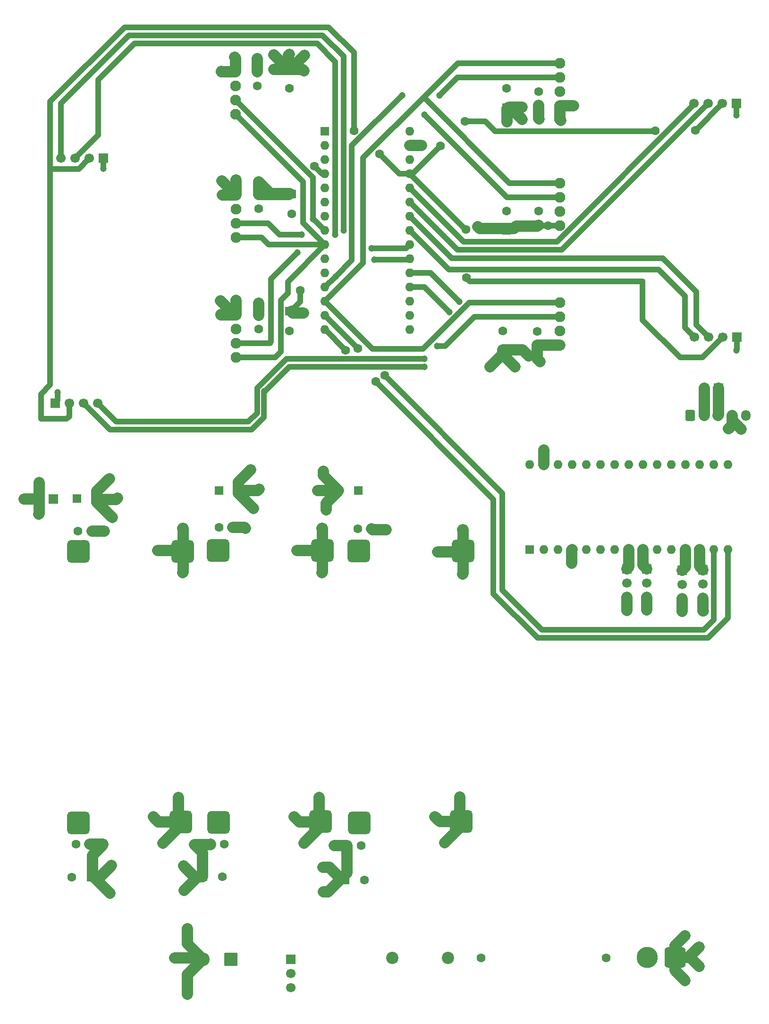
<source format=gbr>
%TF.GenerationSoftware,KiCad,Pcbnew,9.0.6*%
%TF.CreationDate,2025-12-29T23:23:51+08:00*%
%TF.ProjectId,Microver2025,4d696372-6f76-4657-9232-3032352e6b69,rev?*%
%TF.SameCoordinates,Original*%
%TF.FileFunction,Copper,L1,Top*%
%TF.FilePolarity,Positive*%
%FSLAX46Y46*%
G04 Gerber Fmt 4.6, Leading zero omitted, Abs format (unit mm)*
G04 Created by KiCad (PCBNEW 9.0.6) date 2025-12-29 23:23:51*
%MOMM*%
%LPD*%
G01*
G04 APERTURE LIST*
G04 Aperture macros list*
%AMRoundRect*
0 Rectangle with rounded corners*
0 $1 Rounding radius*
0 $2 $3 $4 $5 $6 $7 $8 $9 X,Y pos of 4 corners*
0 Add a 4 corners polygon primitive as box body*
4,1,4,$2,$3,$4,$5,$6,$7,$8,$9,$2,$3,0*
0 Add four circle primitives for the rounded corners*
1,1,$1+$1,$2,$3*
1,1,$1+$1,$4,$5*
1,1,$1+$1,$6,$7*
1,1,$1+$1,$8,$9*
0 Add four rect primitives between the rounded corners*
20,1,$1+$1,$2,$3,$4,$5,0*
20,1,$1+$1,$4,$5,$6,$7,0*
20,1,$1+$1,$6,$7,$8,$9,0*
20,1,$1+$1,$8,$9,$2,$3,0*%
G04 Aperture macros list end*
%TA.AperFunction,ComponentPad*%
%ADD10C,1.600000*%
%TD*%
%TA.AperFunction,ComponentPad*%
%ADD11C,1.930400*%
%TD*%
%TA.AperFunction,ComponentPad*%
%ADD12RoundRect,0.250000X-0.550000X-0.550000X0.550000X-0.550000X0.550000X0.550000X-0.550000X0.550000X0*%
%TD*%
%TA.AperFunction,ComponentPad*%
%ADD13RoundRect,0.250000X0.550000X0.550000X-0.550000X0.550000X-0.550000X-0.550000X0.550000X-0.550000X0*%
%TD*%
%TA.AperFunction,ComponentPad*%
%ADD14R,1.600000X1.600000*%
%TD*%
%TA.AperFunction,ComponentPad*%
%ADD15O,1.600000X1.600000*%
%TD*%
%TA.AperFunction,ComponentPad*%
%ADD16R,1.700000X1.700000*%
%TD*%
%TA.AperFunction,ComponentPad*%
%ADD17C,1.700000*%
%TD*%
%TA.AperFunction,ComponentPad*%
%ADD18RoundRect,0.250000X-0.600000X-0.725000X0.600000X-0.725000X0.600000X0.725000X-0.600000X0.725000X0*%
%TD*%
%TA.AperFunction,ComponentPad*%
%ADD19O,1.700000X1.950000*%
%TD*%
%TA.AperFunction,ComponentPad*%
%ADD20RoundRect,0.600000X1.400000X-1.400000X1.400000X1.400000X-1.400000X1.400000X-1.400000X-1.400000X0*%
%TD*%
%TA.AperFunction,ComponentPad*%
%ADD21C,2.400000*%
%TD*%
%TA.AperFunction,ComponentPad*%
%ADD22RoundRect,0.250001X0.949999X0.949999X-0.949999X0.949999X-0.949999X-0.949999X0.949999X-0.949999X0*%
%TD*%
%TA.AperFunction,ComponentPad*%
%ADD23RoundRect,0.760000X1.140000X1.140000X-1.140000X1.140000X-1.140000X-1.140000X1.140000X-1.140000X0*%
%TD*%
%TA.AperFunction,ComponentPad*%
%ADD24C,3.800000*%
%TD*%
%TA.AperFunction,ComponentPad*%
%ADD25RoundRect,0.250000X-0.550000X0.550000X-0.550000X-0.550000X0.550000X-0.550000X0.550000X0.550000X0*%
%TD*%
%TA.AperFunction,ComponentPad*%
%ADD26RoundRect,0.250000X0.550000X-0.550000X0.550000X0.550000X-0.550000X0.550000X-0.550000X-0.550000X0*%
%TD*%
%TA.AperFunction,ComponentPad*%
%ADD27C,2.200000*%
%TD*%
%TA.AperFunction,ViaPad*%
%ADD28C,1.600000*%
%TD*%
%TA.AperFunction,ViaPad*%
%ADD29C,1.200000*%
%TD*%
%TA.AperFunction,Conductor*%
%ADD30C,2.000000*%
%TD*%
%TA.AperFunction,Conductor*%
%ADD31C,1.000000*%
%TD*%
G04 APERTURE END LIST*
D10*
%TO.P,F1,2*%
%TO.N,+18V*%
X170875000Y-199000000D03*
%TO.P,F1,1*%
X193375000Y-199000000D03*
%TD*%
D11*
%TO.P,U5,1,GND*%
%TO.N,GND*%
X185027500Y-46138895D03*
%TO.P,U5,2,IN2*%
%TO.N,/5V*%
X185027500Y-38518895D03*
%TO.P,U5,3,IN1*%
X185027500Y-41058895D03*
%TO.P,U5,4,VM*%
%TO.N,+18V*%
X185027500Y-43598895D03*
%TD*%
%TO.P,U4,1,GND*%
%TO.N,GND*%
X126928000Y-83633370D03*
%TO.P,U4,2,IN2*%
%TO.N,/5V*%
X126928000Y-91253370D03*
%TO.P,U4,3,IN1*%
X126928000Y-88713370D03*
%TO.P,U4,4,VM*%
%TO.N,+18V*%
X126928000Y-86173370D03*
%TD*%
%TO.P,U6,1,GND*%
%TO.N,GND*%
X185027500Y-67638895D03*
%TO.P,U6,2,IN2*%
%TO.N,/5V*%
X185027500Y-60018895D03*
%TO.P,U6,3,IN1*%
X185027500Y-62558895D03*
%TO.P,U6,4,VM*%
%TO.N,+18V*%
X185027500Y-65098895D03*
%TD*%
%TO.P,U8,1,GND*%
%TO.N,GND*%
X185052500Y-89088895D03*
%TO.P,U8,2,IN2*%
%TO.N,/5V*%
X185052500Y-81468895D03*
%TO.P,U8,3,IN1*%
X185052500Y-84008895D03*
%TO.P,U8,4,VM*%
%TO.N,+18V*%
X185052500Y-86548895D03*
%TD*%
%TO.P,U2,1,GND*%
%TO.N,GND*%
X127000000Y-62133370D03*
%TO.P,U2,2,IN2*%
%TO.N,/5V*%
X127000000Y-69753370D03*
%TO.P,U2,3,IN1*%
X127000000Y-67213370D03*
%TO.P,U2,4,VM*%
%TO.N,+18V*%
X127000000Y-64673370D03*
%TD*%
%TO.P,U1,1,GND*%
%TO.N,GND*%
X126852500Y-40028895D03*
%TO.P,U1,2,IN2*%
%TO.N,/5V*%
X126852500Y-47648895D03*
%TO.P,U1,3,IN1*%
X126852500Y-45108895D03*
%TO.P,U1,4,VM*%
%TO.N,+18V*%
X126852500Y-42568895D03*
%TD*%
D12*
%TO.P,C20,1*%
%TO.N,/5V*%
X123880000Y-115140000D03*
D10*
%TO.P,C20,2*%
%TO.N,GND*%
X127380000Y-115140000D03*
%TD*%
D12*
%TO.P,C24,1*%
%TO.N,/5V*%
X98477349Y-116590000D03*
D10*
%TO.P,C24,2*%
%TO.N,GND*%
X101977349Y-116590000D03*
%TD*%
D13*
%TO.P,C15,1*%
%TO.N,/5V*%
X148855000Y-115190000D03*
D10*
%TO.P,C15,2*%
%TO.N,GND*%
X145355000Y-115190000D03*
%TD*%
D14*
%TO.P,A2,1,TX1*%
%TO.N,unconnected-(A2-TX1-Pad1)*%
X179600000Y-125766630D03*
D15*
%TO.P,A2,2,RX1*%
%TO.N,unconnected-(A2-RX1-Pad2)*%
X182140000Y-125766630D03*
%TO.P,A2,3,~{RESET}*%
%TO.N,unconnected-(A2-~{RESET}-Pad3)*%
X184680000Y-125766630D03*
%TO.P,A2,4,GND*%
%TO.N,GND*%
X187220000Y-125766630D03*
%TO.P,A2,5,D2*%
%TO.N,unconnected-(A2-D2-Pad5)*%
X189760000Y-125766630D03*
%TO.P,A2,6,D3*%
%TO.N,unconnected-(A2-D3-Pad6)*%
X192300000Y-125766630D03*
%TO.P,A2,7,D4*%
%TO.N,unconnected-(A2-D4-Pad7)*%
X194840000Y-125766630D03*
%TO.P,A2,8,D5*%
%TO.N,/5V*%
X197380000Y-125766630D03*
%TO.P,A2,9,D6*%
X199920000Y-125766630D03*
%TO.P,A2,10,D7*%
%TO.N,unconnected-(A2-D7-Pad10)*%
X202460000Y-125766630D03*
%TO.P,A2,11,D8*%
%TO.N,unconnected-(A2-D8-Pad11)*%
X205000000Y-125766630D03*
%TO.P,A2,12,D9*%
%TO.N,/5V*%
X207540000Y-125766630D03*
%TO.P,A2,13,D10*%
X210080000Y-125766630D03*
%TO.P,A2,14,MOSI*%
%TO.N,/SPI*%
X212620000Y-125766630D03*
%TO.P,A2,15,MISO*%
X215160000Y-125766630D03*
%TO.P,A2,16,SCK*%
%TO.N,unconnected-(A2-SCK-Pad16)*%
X215160000Y-110526630D03*
%TO.P,A2,17,3V3*%
%TO.N,unconnected-(A2-3V3-Pad17)*%
X212620000Y-110526630D03*
%TO.P,A2,18,AREF*%
%TO.N,unconnected-(A2-AREF-Pad18)*%
X210080000Y-110526630D03*
%TO.P,A2,19,A0*%
%TO.N,unconnected-(A2-A0-Pad19)*%
X207540000Y-110526630D03*
%TO.P,A2,20,A1*%
%TO.N,unconnected-(A2-A1-Pad20)*%
X205000000Y-110526630D03*
%TO.P,A2,21,A2*%
%TO.N,unconnected-(A2-A2-Pad21)*%
X202460000Y-110526630D03*
%TO.P,A2,22,A3*%
%TO.N,unconnected-(A2-A3-Pad22)*%
X199920000Y-110526630D03*
%TO.P,A2,23,SDA/A4*%
%TO.N,unconnected-(A2-SDA{slash}A4-Pad23)*%
X197380000Y-110526630D03*
%TO.P,A2,24,SCL/A5*%
%TO.N,unconnected-(A2-SCL{slash}A5-Pad24)*%
X194840000Y-110526630D03*
%TO.P,A2,25,A6*%
%TO.N,unconnected-(A2-A6-Pad25)*%
X192300000Y-110526630D03*
%TO.P,A2,26,A7*%
%TO.N,unconnected-(A2-A7-Pad26)*%
X189760000Y-110526630D03*
%TO.P,A2,27,+5V*%
%TO.N,unconnected-(A2-+5V-Pad27)*%
X187220000Y-110526630D03*
%TO.P,A2,28,~{RESET}*%
%TO.N,unconnected-(A2-~{RESET}-Pad28)*%
X184680000Y-110526630D03*
%TO.P,A2,29,GND*%
%TO.N,GND*%
X182140000Y-110526630D03*
%TO.P,A2,30,VIN*%
%TO.N,/5V*%
X179600000Y-110526630D03*
%TD*%
D16*
%TO.P,M4,1,PWM*%
%TO.N,/5V*%
X197040000Y-129180000D03*
D17*
%TO.P,M4,2,+*%
X197040000Y-131720000D03*
%TO.P,M4,3,-*%
%TO.N,GND*%
X197040000Y-134260000D03*
%TD*%
D16*
%TO.P,J4,1,Pin_1*%
%TO.N,/5V*%
X94170000Y-116640000D03*
D17*
%TO.P,J4,2,Pin_2*%
%TO.N,GND*%
X91630000Y-116640000D03*
%TD*%
D18*
%TO.P,J11,1,Pin_1*%
%TO.N,/5V*%
X208450000Y-101650000D03*
D19*
%TO.P,J11,2,Pin_2*%
%TO.N,/URAT*%
X210950000Y-101650000D03*
%TO.P,J11,3,Pin_3*%
X213450000Y-101650000D03*
%TO.P,J11,4,Pin_4*%
%TO.N,GND*%
X215950000Y-101650000D03*
%TO.P,J11,5,Pin_5*%
%TO.N,unconnected-(J11-Pin_5-Pad5)*%
X218450000Y-101650000D03*
%TD*%
D16*
%TO.P,M2,1,PWM*%
%TO.N,/5V*%
X206960000Y-129425000D03*
D17*
%TO.P,M2,2,+*%
X206960000Y-131965000D03*
%TO.P,M2,3,-*%
%TO.N,GND*%
X206960000Y-134505000D03*
%TD*%
D10*
%TO.P,C12,1*%
%TO.N,GND*%
X181000000Y-89083370D03*
%TO.P,C12,2*%
%TO.N,+18V*%
X181000000Y-86583370D03*
%TD*%
D16*
%TO.P,M1,1,PWM*%
%TO.N,/5V*%
X210735000Y-129350000D03*
D17*
%TO.P,M1,2,+*%
X210735000Y-131890000D03*
%TO.P,M1,3,-*%
%TO.N,GND*%
X210735000Y-134430000D03*
%TD*%
D16*
%TO.P,J7,1,Pin_1*%
%TO.N,GND*%
X103140000Y-55583370D03*
D17*
%TO.P,J7,2,Pin_2*%
%TO.N,/5V*%
X100600000Y-55583370D03*
%TO.P,J7,3,Pin_3*%
%TO.N,/DIGI*%
X98060000Y-55583370D03*
%TO.P,J7,4,Pin_4*%
X95520000Y-55583370D03*
%TD*%
D10*
%TO.P,C22,1*%
%TO.N,GND*%
X100750000Y-178590000D03*
%TO.P,C22,2*%
%TO.N,+18V*%
X98250000Y-178590000D03*
%TD*%
D16*
%TO.P,J8,1,Pin_1*%
%TO.N,GND*%
X216750000Y-45750000D03*
D17*
%TO.P,J8,2,Pin_2*%
%TO.N,/5V*%
X214210000Y-45750000D03*
%TO.P,J8,3,Pin_3*%
%TO.N,/DIGI*%
X211670000Y-45750000D03*
%TO.P,J8,4,Pin_4*%
X209130000Y-45750000D03*
%TD*%
D16*
%TO.P,J2,1,Pin_1*%
%TO.N,GND*%
X216800000Y-87633370D03*
D17*
%TO.P,J2,2,Pin_2*%
%TO.N,/5V*%
X214260000Y-87633370D03*
%TO.P,J2,3,Pin_3*%
%TO.N,/DIGI*%
X211720000Y-87633370D03*
%TO.P,J2,4,Pin_4*%
X209180000Y-87633370D03*
%TD*%
D10*
%TO.P,C11,1*%
%TO.N,GND*%
X130800000Y-40083370D03*
%TO.P,C11,2*%
%TO.N,+18V*%
X130800000Y-42583370D03*
%TD*%
D20*
%TO.P,U9,1,IN+*%
%TO.N,+18V*%
X98700000Y-174790000D03*
%TO.P,U9,2,IN-*%
%TO.N,GND*%
X117040000Y-174600000D03*
%TO.P,U9,3,OUT+*%
%TO.N,/5V*%
X98680000Y-126050000D03*
%TO.P,U9,4,OUT-*%
%TO.N,GND*%
X117360000Y-126050000D03*
%TD*%
D10*
%TO.P,C21,1*%
%TO.N,/5V*%
X123880000Y-121790000D03*
%TO.P,C21,2*%
%TO.N,GND*%
X126380000Y-121790000D03*
%TD*%
%TO.P,C9,1*%
%TO.N,GND*%
X131000000Y-62083370D03*
%TO.P,C9,2*%
%TO.N,+18V*%
X131000000Y-64583370D03*
%TD*%
%TO.P,C3,1*%
%TO.N,GND*%
X181200000Y-67533370D03*
%TO.P,C3,2*%
%TO.N,+18V*%
X181200000Y-65033370D03*
%TD*%
D16*
%TO.P,J5,1,Pin_1*%
%TO.N,GND*%
X94500000Y-99500000D03*
D17*
%TO.P,J5,2,Pin_2*%
%TO.N,/5V*%
X97040000Y-99500000D03*
%TO.P,J5,3,Pin_3*%
%TO.N,/DIGI*%
X99580000Y-99500000D03*
%TO.P,J5,4,Pin_4*%
X102120000Y-99500000D03*
%TD*%
D21*
%TO.P,C1,2*%
%TO.N,GND*%
X121030000Y-199190000D03*
D22*
%TO.P,C1,1*%
%TO.N,+18V*%
X126030000Y-199190000D03*
%TD*%
D10*
%TO.P,C18,1*%
%TO.N,GND*%
X122380000Y-178590000D03*
%TO.P,C18,2*%
%TO.N,+18V*%
X124880000Y-178590000D03*
%TD*%
D14*
%TO.P,A1,1,TX1*%
%TO.N,unconnected-(A1-TX1-Pad1)*%
X142907500Y-50737845D03*
D15*
%TO.P,A1,2,RX1*%
%TO.N,unconnected-(A1-RX1-Pad2)*%
X142907500Y-53277845D03*
%TO.P,A1,3,~{RESET}*%
%TO.N,unconnected-(A1-~{RESET}-Pad3)*%
X142907500Y-55817845D03*
%TO.P,A1,4,GND*%
%TO.N,GND*%
X142907500Y-58357845D03*
%TO.P,A1,5,D2*%
%TO.N,unconnected-(A1-D2-Pad5)*%
X142907500Y-60897845D03*
%TO.P,A1,6,D3*%
%TO.N,unconnected-(A1-D3-Pad6)*%
X142907500Y-63437845D03*
%TO.P,A1,7,D4*%
%TO.N,unconnected-(A1-D4-Pad7)*%
X142907500Y-65977845D03*
%TO.P,A1,8,D5*%
%TO.N,/5V*%
X142907500Y-68517845D03*
%TO.P,A1,9,D6*%
X142907500Y-71057845D03*
%TO.P,A1,10,D7*%
%TO.N,unconnected-(A1-D7-Pad10)*%
X142907500Y-73597845D03*
%TO.P,A1,11,D8*%
%TO.N,unconnected-(A1-D8-Pad11)*%
X142907500Y-76137845D03*
%TO.P,A1,12,D9*%
%TO.N,/5V*%
X142907500Y-78677845D03*
%TO.P,A1,13,D10*%
X142907500Y-81217845D03*
%TO.P,A1,14,MOSI*%
%TO.N,/SPI*%
X142907500Y-83757845D03*
%TO.P,A1,15,MISO*%
X142907500Y-86297845D03*
%TO.P,A1,16,SCK*%
%TO.N,unconnected-(A1-SCK-Pad16)*%
X158147500Y-86297845D03*
%TO.P,A1,17,3V3*%
%TO.N,unconnected-(A1-3V3-Pad17)*%
X158147500Y-83757845D03*
%TO.P,A1,18,AREF*%
%TO.N,unconnected-(A1-AREF-Pad18)*%
X158147500Y-81217845D03*
%TO.P,A1,19,A0*%
%TO.N,/DIGI*%
X158147500Y-78677845D03*
%TO.P,A1,20,A1*%
X158147500Y-76137845D03*
%TO.P,A1,21,A2*%
X158147500Y-73597845D03*
%TO.P,A1,22,A3*%
X158147500Y-71057845D03*
%TO.P,A1,23,SDA/A4*%
X158147500Y-68517845D03*
%TO.P,A1,24,SCL/A5*%
X158147500Y-65977845D03*
%TO.P,A1,25,A6*%
X158147500Y-63437845D03*
%TO.P,A1,26,A7*%
X158147500Y-60897845D03*
%TO.P,A1,27,+5V*%
%TO.N,/5V*%
X158147500Y-58357845D03*
%TO.P,A1,28,~{RESET}*%
%TO.N,unconnected-(A1-~{RESET}-Pad28)*%
X158147500Y-55817845D03*
%TO.P,A1,29,GND*%
%TO.N,GND*%
X158147500Y-53277845D03*
%TO.P,A1,30,VIN*%
%TO.N,unconnected-(A1-VIN-Pad30)*%
X158147500Y-50737845D03*
%TD*%
D10*
%TO.P,C14,1*%
%TO.N,/5V*%
X148800000Y-121990000D03*
%TO.P,C14,2*%
%TO.N,GND*%
X151300000Y-121990000D03*
%TD*%
%TO.P,C7,1*%
%TO.N,GND*%
X131000000Y-83733370D03*
%TO.P,C7,2*%
%TO.N,+18V*%
X131000000Y-86233370D03*
%TD*%
D23*
%TO.P,J14,1,Pin_1*%
%TO.N,GND*%
X205700000Y-198900000D03*
D24*
%TO.P,J14,2,Pin_2*%
%TO.N,+18V*%
X200700000Y-198900000D03*
%TD*%
D17*
%TO.P,SW1,3,C*%
%TO.N,unconnected-(SW1-C-Pad3)*%
X136750000Y-204330000D03*
%TO.P,SW1,2,B*%
%TO.N,+18V*%
X136750000Y-201790000D03*
D16*
%TO.P,SW1,1,A*%
X136750000Y-199250000D03*
%TD*%
%TO.P,J13,1,Pin_1*%
%TO.N,/URAT*%
X213470000Y-96800000D03*
D17*
%TO.P,J13,2,Pin_2*%
X210930000Y-96800000D03*
%TD*%
D20*
%TO.P,U3,1,IN+*%
%TO.N,+18V*%
X149040000Y-174730000D03*
%TO.P,U3,2,IN-*%
%TO.N,GND*%
X167380000Y-174540000D03*
%TO.P,U3,3,OUT+*%
%TO.N,/5V*%
X149020000Y-125990000D03*
%TO.P,U3,4,OUT-*%
%TO.N,GND*%
X167700000Y-125990000D03*
%TD*%
D10*
%TO.P,C17,1*%
%TO.N,GND*%
X146880000Y-178790000D03*
%TO.P,C17,2*%
%TO.N,+18V*%
X149380000Y-178790000D03*
%TD*%
%TO.P,C25,1*%
%TO.N,/5V*%
X98630000Y-122390000D03*
%TO.P,C25,2*%
%TO.N,GND*%
X101130000Y-122390000D03*
%TD*%
D20*
%TO.P,U10,1,IN+*%
%TO.N,+18V*%
X123800000Y-174680000D03*
%TO.P,U10,2,IN-*%
%TO.N,GND*%
X142140000Y-174490000D03*
%TO.P,U10,3,OUT+*%
%TO.N,/5V*%
X123780000Y-125940000D03*
%TO.P,U10,4,OUT-*%
%TO.N,GND*%
X142460000Y-125940000D03*
%TD*%
D16*
%TO.P,M3,1,PWM*%
%TO.N,/5V*%
X200630000Y-129200000D03*
D17*
%TO.P,M3,2,+*%
X200630000Y-131740000D03*
%TO.P,M3,3,-*%
%TO.N,GND*%
X200630000Y-134280000D03*
%TD*%
D10*
%TO.P,C5,1*%
%TO.N,GND*%
X181200000Y-46083370D03*
%TO.P,C5,2*%
%TO.N,+18V*%
X181200000Y-43583370D03*
%TD*%
D25*
%TO.P,C10,1*%
%TO.N,GND*%
X136500000Y-39500000D03*
D10*
%TO.P,C10,2*%
%TO.N,+18V*%
X136500000Y-43000000D03*
%TD*%
D26*
%TO.P,C13,1*%
%TO.N,GND*%
X174800000Y-90000000D03*
D10*
%TO.P,C13,2*%
%TO.N,+18V*%
X174800000Y-86500000D03*
%TD*%
D26*
%TO.P,C2,1*%
%TO.N,GND*%
X175500000Y-68500000D03*
D10*
%TO.P,C2,2*%
%TO.N,+18V*%
X175500000Y-65000000D03*
%TD*%
D25*
%TO.P,C8,1*%
%TO.N,GND*%
X137000000Y-62000000D03*
D10*
%TO.P,C8,2*%
%TO.N,+18V*%
X137000000Y-65500000D03*
%TD*%
D26*
%TO.P,C4,1*%
%TO.N,GND*%
X175500000Y-46500000D03*
D10*
%TO.P,C4,2*%
%TO.N,+18V*%
X175500000Y-43000000D03*
%TD*%
D12*
%TO.P,C16,1*%
%TO.N,GND*%
X146500000Y-185000000D03*
D10*
%TO.P,C16,2*%
%TO.N,+18V*%
X150000000Y-185000000D03*
%TD*%
D13*
%TO.P,C23,1*%
%TO.N,GND*%
X101000000Y-184500000D03*
D10*
%TO.P,C23,2*%
%TO.N,+18V*%
X97500000Y-184500000D03*
%TD*%
D12*
%TO.P,C19,1*%
%TO.N,GND*%
X121000000Y-184390000D03*
D10*
%TO.P,C19,2*%
%TO.N,+18V*%
X124500000Y-184390000D03*
%TD*%
D25*
%TO.P,C6,1*%
%TO.N,GND*%
X136500000Y-83000000D03*
D10*
%TO.P,C6,2*%
%TO.N,+18V*%
X136500000Y-86500000D03*
%TD*%
D27*
%TO.P,TH1,2*%
%TO.N,+18V*%
X165000000Y-199000000D03*
%TO.P,TH1,1*%
X155000000Y-199000000D03*
%TD*%
D28*
%TO.N,GND*%
X206950000Y-136860000D03*
X141000000Y-56950000D03*
X117540000Y-182490000D03*
X136550000Y-36950000D03*
X131050000Y-81540000D03*
X172500000Y-93000000D03*
X143130000Y-118640000D03*
X124250000Y-83600000D03*
X104255000Y-113015000D03*
X139150000Y-39900000D03*
X118250000Y-205450000D03*
X177200000Y-67750000D03*
X112130000Y-173680000D03*
X142380000Y-121890000D03*
X215300000Y-104100000D03*
X177000000Y-93000000D03*
X167630000Y-122140000D03*
X217600000Y-104150000D03*
X126950000Y-59450000D03*
X130130000Y-118390000D03*
X126700000Y-37450000D03*
X185250000Y-48800000D03*
X129630000Y-111390000D03*
X197050000Y-136640000D03*
X91650000Y-113750000D03*
X141630000Y-115140000D03*
X178300000Y-48600000D03*
X139380000Y-178390000D03*
X128630000Y-121890000D03*
X127000000Y-81050000D03*
X113880000Y-178390000D03*
X181500000Y-92000000D03*
X182150000Y-107900000D03*
X124500000Y-62150000D03*
D29*
X160250000Y-53250000D03*
D28*
X163130000Y-126140000D03*
X153880000Y-122140000D03*
X133750000Y-37000000D03*
X104630000Y-182390000D03*
X91550000Y-119350000D03*
X210750000Y-136750000D03*
X116630000Y-170180000D03*
X119520000Y-178610000D03*
X117380000Y-129890000D03*
X187500000Y-46150000D03*
X178300000Y-46400000D03*
X142380000Y-129890000D03*
X181300000Y-48500000D03*
X104380000Y-187390000D03*
X103380000Y-122390000D03*
X138500000Y-79250000D03*
X144540000Y-178830000D03*
X104755000Y-120015000D03*
X115990000Y-198930000D03*
X137880000Y-125890000D03*
X117380000Y-121890000D03*
D29*
X216750000Y-90000000D03*
D28*
X124200000Y-81150000D03*
X112880000Y-125890000D03*
X103130000Y-178640000D03*
X167130000Y-170140000D03*
X142630000Y-111640000D03*
D29*
X95000000Y-97500000D03*
D28*
X207500000Y-203000000D03*
X142650000Y-187110000D03*
X139050000Y-83350000D03*
X170350000Y-67800000D03*
X141910000Y-170180000D03*
X139250000Y-37050000D03*
D29*
X216750000Y-47800000D03*
D28*
X164380000Y-178350000D03*
X187200000Y-128150000D03*
X175550000Y-49000000D03*
X133700000Y-39650000D03*
X88920000Y-116690000D03*
X124400000Y-59600000D03*
X200620000Y-136600000D03*
X137410000Y-173680000D03*
X210000000Y-200500000D03*
X105755000Y-116515000D03*
X131130000Y-114890000D03*
X179500000Y-91000000D03*
X167630000Y-130140000D03*
X162630000Y-173640000D03*
X210000000Y-197000000D03*
X142560000Y-182710000D03*
X118250000Y-193710000D03*
X124350000Y-40000000D03*
D29*
X103150000Y-57400000D03*
D28*
X182950000Y-67650000D03*
X131050000Y-59800000D03*
X130750000Y-37650000D03*
X207500000Y-195000000D03*
X178950000Y-67750000D03*
X117630000Y-186890000D03*
%TO.N,/SPI*%
X152000000Y-95600000D03*
X148800000Y-89650000D03*
X146650000Y-90000000D03*
X153600000Y-94500000D03*
%TO.N,/5V*%
X168200000Y-68334370D03*
X148150000Y-50600000D03*
D29*
X140750000Y-66500000D03*
D28*
X152700000Y-54800000D03*
X209350000Y-50550000D03*
X202150000Y-50600000D03*
X168000000Y-48950000D03*
X168250000Y-77000000D03*
D29*
X160750000Y-47750000D03*
X156750000Y-44250000D03*
X138750000Y-69250000D03*
X138000000Y-72500000D03*
X163000000Y-89250000D03*
X163500000Y-44250000D03*
D28*
X163650000Y-53350000D03*
D29*
X144792672Y-76792672D03*
%TO.N,/DIGI*%
X167000000Y-81250000D03*
X144750000Y-69250000D03*
X160750000Y-93000000D03*
X151750000Y-73750000D03*
X146250000Y-68500000D03*
X160750000Y-91500000D03*
X165250000Y-83161522D03*
X151250000Y-71750000D03*
%TD*%
D30*
%TO.N,GND*%
X119520000Y-178610000D02*
X122360000Y-178610000D01*
X126852500Y-40028895D02*
X126852500Y-37602500D01*
X127000000Y-59500000D02*
X126950000Y-59450000D01*
X143130000Y-118640000D02*
X143130000Y-117415000D01*
X127000000Y-62133370D02*
X127000000Y-59500000D01*
X113030000Y-174580000D02*
X112130000Y-173680000D01*
X127000000Y-62133370D02*
X126933370Y-62133370D01*
X163130000Y-126140000D02*
X167550000Y-126140000D01*
D31*
X103140000Y-55583370D02*
X103140000Y-57390000D01*
D30*
X181200000Y-46083370D02*
X181200000Y-48400000D01*
X118250000Y-201970000D02*
X121030000Y-199190000D01*
X143720000Y-182710000D02*
X145800000Y-184790000D01*
X167130000Y-170140000D02*
X167130000Y-174290000D01*
X145305000Y-115140000D02*
X145355000Y-115190000D01*
X167550000Y-126140000D02*
X167700000Y-125990000D01*
X130880000Y-115140000D02*
X131130000Y-114890000D01*
X174800000Y-89886021D02*
X174800000Y-90800000D01*
X167380000Y-174540000D02*
X163530000Y-174540000D01*
X127000000Y-83633370D02*
X127000000Y-81050000D01*
X105505000Y-116765000D02*
X105755000Y-116515000D01*
X215950000Y-103450000D02*
X215300000Y-104100000D01*
X120977349Y-184390000D02*
X119440000Y-184390000D01*
X127380000Y-115140000D02*
X127380000Y-113640000D01*
X127000000Y-62133370D02*
X124516630Y-62133370D01*
X142160000Y-174580000D02*
X138310000Y-174580000D01*
X158147500Y-53277845D02*
X160222155Y-53277845D01*
X185052500Y-89088895D02*
X181005525Y-89088895D01*
X167130000Y-174290000D02*
X167380000Y-174540000D01*
X101380000Y-184390000D02*
X104380000Y-187390000D01*
D31*
X185027500Y-67638895D02*
X182961105Y-67638895D01*
D30*
X206960000Y-136850000D02*
X206950000Y-136860000D01*
X197040000Y-136630000D02*
X197050000Y-136640000D01*
X141630000Y-115140000D02*
X145305000Y-115140000D01*
X143480000Y-187110000D02*
X145800000Y-184790000D01*
X142160000Y-175390000D02*
X139160000Y-178390000D01*
X131000000Y-62083370D02*
X131000000Y-59850000D01*
X115990000Y-198930000D02*
X120770000Y-198930000D01*
X116630000Y-170180000D02*
X116630000Y-174330000D01*
X91650000Y-113750000D02*
X91650000Y-116620000D01*
X128530000Y-121790000D02*
X128630000Y-121890000D01*
X182140000Y-110526630D02*
X182140000Y-107910000D01*
X127000000Y-83633370D02*
X124283370Y-83633370D01*
X151450000Y-122140000D02*
X151300000Y-121990000D01*
X177200000Y-67750000D02*
X178950000Y-67750000D01*
X215950000Y-102500000D02*
X217600000Y-104150000D01*
D31*
X142907500Y-58357845D02*
X142407845Y-58357845D01*
D30*
X130800000Y-37700000D02*
X130750000Y-37650000D01*
X118250000Y-193710000D02*
X118250000Y-196410000D01*
X185027500Y-46138895D02*
X185027500Y-48577500D01*
X91630000Y-119270000D02*
X91550000Y-119350000D01*
X142650000Y-187110000D02*
X143480000Y-187110000D01*
X180983370Y-67750000D02*
X181200000Y-67533370D01*
X208400000Y-198900000D02*
X210000000Y-200500000D01*
X102005000Y-115265000D02*
X104255000Y-113015000D01*
X142630000Y-111640000D02*
X142630000Y-112465000D01*
X182140000Y-107910000D02*
X182150000Y-107900000D01*
X103080000Y-178590000D02*
X103130000Y-178640000D01*
X102005000Y-116765000D02*
X105505000Y-116765000D01*
X102005000Y-116765000D02*
X102005000Y-115265000D01*
X119440000Y-184390000D02*
X117540000Y-182490000D01*
X102005000Y-117265000D02*
X104755000Y-120015000D01*
X181005525Y-89088895D02*
X181000000Y-89083370D01*
X210735000Y-136735000D02*
X210750000Y-136750000D01*
X120977349Y-184390000D02*
X120130000Y-184390000D01*
X112880000Y-125890000D02*
X117300000Y-125890000D01*
X200630000Y-136590000D02*
X200620000Y-136600000D01*
X122360000Y-178610000D02*
X122380000Y-178590000D01*
X101200000Y-180570000D02*
X103130000Y-178640000D01*
X124378895Y-40028895D02*
X124350000Y-40000000D01*
X167380000Y-174540000D02*
X167380000Y-175350000D01*
X131000000Y-81590000D02*
X131050000Y-81540000D01*
X167700000Y-125990000D02*
X167700000Y-122210000D01*
D31*
X95000000Y-99000000D02*
X94500000Y-99500000D01*
D30*
X200630000Y-134280000D02*
X200630000Y-136590000D01*
X102630000Y-184390000D02*
X104630000Y-182390000D01*
X101200000Y-184390000D02*
X102630000Y-184390000D01*
X205700000Y-198900000D02*
X205700000Y-201200000D01*
X117450000Y-125740000D02*
X117450000Y-121960000D01*
X101130000Y-122390000D02*
X103380000Y-122390000D01*
X144580000Y-178790000D02*
X144540000Y-178830000D01*
X163530000Y-174540000D02*
X162630000Y-173640000D01*
D31*
X142407845Y-58357845D02*
X141000000Y-56950000D01*
D30*
X146880000Y-178790000D02*
X144580000Y-178790000D01*
X126380000Y-121790000D02*
X128530000Y-121790000D01*
X126933370Y-62133370D02*
X124400000Y-59600000D01*
X127380000Y-115140000D02*
X127380000Y-115640000D01*
X142450000Y-125740000D02*
X142450000Y-121960000D01*
X131000000Y-62083370D02*
X136450000Y-62083370D01*
X187200000Y-128150000D02*
X187200000Y-125786630D01*
X215950000Y-101650000D02*
X215950000Y-102500000D01*
X88920000Y-116690000D02*
X91580000Y-116690000D01*
X117450000Y-121960000D02*
X117380000Y-121890000D01*
X120770000Y-198930000D02*
X121030000Y-199190000D01*
X91630000Y-116640000D02*
X91630000Y-119270000D01*
D31*
X216750000Y-45750000D02*
X216750000Y-47800000D01*
X95000000Y-97500000D02*
X95000000Y-99000000D01*
D30*
X178386021Y-89886021D02*
X179500000Y-91000000D01*
X126852500Y-37602500D02*
X126700000Y-37450000D01*
X126683370Y-83633370D02*
X124200000Y-81150000D01*
X116880000Y-174580000D02*
X113030000Y-174580000D01*
X101200000Y-184390000D02*
X101200000Y-180570000D01*
X117450000Y-125740000D02*
X117450000Y-129820000D01*
X178950000Y-67750000D02*
X180983370Y-67750000D01*
X167380000Y-175350000D02*
X164380000Y-178350000D01*
X101200000Y-184390000D02*
X101380000Y-184390000D01*
X136600000Y-61933370D02*
X133183370Y-61933370D01*
X142450000Y-125740000D02*
X142450000Y-129820000D01*
X174800000Y-89886021D02*
X178386021Y-89886021D01*
X91650000Y-116620000D02*
X91630000Y-116640000D01*
X146880000Y-178790000D02*
X146880000Y-183710000D01*
X205700000Y-198900000D02*
X205700000Y-196800000D01*
X130800000Y-40083370D02*
X130800000Y-37700000D01*
X187200000Y-125786630D02*
X187220000Y-125766630D01*
X120977349Y-184390000D02*
X120977349Y-180067349D01*
X146880000Y-183710000D02*
X145800000Y-184790000D01*
D31*
X182961105Y-67638895D02*
X182950000Y-67650000D01*
D30*
X174800000Y-89886021D02*
X174800000Y-90700000D01*
X174800000Y-90800000D02*
X177000000Y-93000000D01*
X91580000Y-116690000D02*
X91630000Y-116640000D01*
X120977349Y-180067349D02*
X119520000Y-178610000D01*
X143130000Y-117415000D02*
X145355000Y-115190000D01*
X142630000Y-112465000D02*
X145355000Y-115190000D01*
X205700000Y-201200000D02*
X207500000Y-203000000D01*
X137880000Y-125890000D02*
X142300000Y-125890000D01*
X185027500Y-46138895D02*
X187488895Y-46138895D01*
X124283370Y-83633370D02*
X124250000Y-83600000D01*
X100750000Y-178590000D02*
X103080000Y-178590000D01*
X181000000Y-89083370D02*
X181000000Y-91500000D01*
X142450000Y-121960000D02*
X142380000Y-121890000D01*
X116880000Y-175390000D02*
X113880000Y-178390000D01*
X120130000Y-184390000D02*
X117630000Y-186890000D01*
X142450000Y-129820000D02*
X142380000Y-129890000D01*
X153880000Y-122140000D02*
X151450000Y-122140000D01*
X205700000Y-198900000D02*
X208100000Y-198900000D01*
X187488895Y-46138895D02*
X187500000Y-46150000D01*
X167700000Y-130070000D02*
X167630000Y-130140000D01*
D31*
X103140000Y-57390000D02*
X103150000Y-57400000D01*
X216800000Y-89950000D02*
X216750000Y-90000000D01*
D30*
X205700000Y-198900000D02*
X208400000Y-198900000D01*
X181200000Y-48400000D02*
X181300000Y-48500000D01*
X141910000Y-170180000D02*
X141910000Y-174330000D01*
X170683370Y-68133370D02*
X170350000Y-67800000D01*
X131000000Y-83733370D02*
X131000000Y-81590000D01*
X197040000Y-134260000D02*
X197040000Y-136630000D01*
X133183370Y-61933370D02*
X131050000Y-59800000D01*
X174800000Y-90700000D02*
X172500000Y-93000000D01*
X160222155Y-53277845D02*
X160250000Y-53250000D01*
X205700000Y-196800000D02*
X207500000Y-195000000D01*
X131000000Y-59850000D02*
X131050000Y-59800000D01*
X118250000Y-205450000D02*
X118250000Y-201970000D01*
X136450000Y-62083370D02*
X136600000Y-61933370D01*
X208100000Y-198900000D02*
X210000000Y-197000000D01*
X124516630Y-62133370D02*
X124500000Y-62150000D01*
X118250000Y-196410000D02*
X121030000Y-199190000D01*
X127380000Y-115140000D02*
X130880000Y-115140000D01*
X206960000Y-134505000D02*
X206960000Y-136850000D01*
X167700000Y-125990000D02*
X167700000Y-130070000D01*
X176816630Y-68133370D02*
X170683370Y-68133370D01*
D31*
X216800000Y-87633370D02*
X216800000Y-89950000D01*
D30*
X215950000Y-101650000D02*
X215950000Y-103450000D01*
X142560000Y-182710000D02*
X143720000Y-182710000D01*
X138310000Y-174580000D02*
X137410000Y-173680000D01*
X185027500Y-48577500D02*
X185250000Y-48800000D01*
X127000000Y-83633370D02*
X126683370Y-83633370D01*
X177200000Y-67750000D02*
X176816630Y-68133370D01*
X181000000Y-91500000D02*
X181500000Y-92000000D01*
X117450000Y-129820000D02*
X117380000Y-129890000D01*
D31*
X182950000Y-67650000D02*
X181316630Y-67650000D01*
D30*
X127380000Y-113640000D02*
X129630000Y-111390000D01*
X210735000Y-134430000D02*
X210735000Y-136735000D01*
X127380000Y-115640000D02*
X130130000Y-118390000D01*
D31*
X181316630Y-67650000D02*
X181200000Y-67533370D01*
D30*
X126852500Y-40028895D02*
X124378895Y-40028895D01*
X167700000Y-122210000D02*
X167630000Y-122140000D01*
X133716630Y-39633370D02*
X133700000Y-39650000D01*
X139050000Y-83350000D02*
X137169281Y-83350000D01*
X138883370Y-39633370D02*
X139150000Y-39900000D01*
X175886021Y-46400000D02*
X175600000Y-46686021D01*
X136400000Y-39633370D02*
X136666630Y-39633370D01*
X136400000Y-39633370D02*
X136400000Y-37100000D01*
X136400000Y-39633370D02*
X136383370Y-39633370D01*
D31*
X138500000Y-79250000D02*
X138500000Y-81280719D01*
D30*
X176386021Y-46686021D02*
X178300000Y-48600000D01*
X136400000Y-39633370D02*
X133716630Y-39633370D01*
X175600000Y-46686021D02*
X175600000Y-48950000D01*
X137169281Y-83350000D02*
X136951000Y-83131719D01*
X136951000Y-83131719D02*
X136951000Y-82980719D01*
X136666630Y-39633370D02*
X139250000Y-37050000D01*
D31*
X137169281Y-83350000D02*
X136800000Y-82980719D01*
D30*
X178300000Y-46400000D02*
X175886021Y-46400000D01*
X136383370Y-39633370D02*
X133750000Y-37000000D01*
D31*
X138500000Y-81280719D02*
X136800000Y-82980719D01*
D30*
X136400000Y-37100000D02*
X136550000Y-36950000D01*
X175600000Y-48950000D02*
X175550000Y-49000000D01*
X175600000Y-46686021D02*
X176386021Y-46686021D01*
X136400000Y-39633370D02*
X138883370Y-39633370D01*
D31*
%TO.N,/SPI*%
X142907500Y-83757845D02*
X142907500Y-83842500D01*
X142907500Y-86297845D02*
X142702155Y-86297845D01*
X212620000Y-138330000D02*
X212620000Y-125766630D01*
X211600000Y-141550000D02*
X215160000Y-137990000D01*
X173150000Y-116750000D02*
X173150000Y-133650000D01*
X142907500Y-83757845D02*
X142907845Y-83757845D01*
X181850000Y-140100000D02*
X210850000Y-140100000D01*
X142947845Y-86297845D02*
X146650000Y-90000000D01*
X153600000Y-94500000D02*
X174750000Y-115650000D01*
X210850000Y-140100000D02*
X212620000Y-138330000D01*
X174750000Y-133000000D02*
X181850000Y-140100000D01*
X215160000Y-137990000D02*
X215160000Y-125766630D01*
X181050000Y-141550000D02*
X211600000Y-141550000D01*
X174750000Y-115650000D02*
X174750000Y-133000000D01*
X142907845Y-83757845D02*
X148800000Y-89650000D01*
X173150000Y-133650000D02*
X181050000Y-141550000D01*
X152000000Y-95600000D02*
X173150000Y-116750000D01*
X142907500Y-86297845D02*
X142947845Y-86297845D01*
%TO.N,/5V*%
X140889655Y-66500000D02*
X142907500Y-68517845D01*
X97040000Y-101860000D02*
X96600000Y-102300000D01*
X126852500Y-45108895D02*
X140750000Y-59006395D01*
X173450000Y-50700000D02*
X202050000Y-50700000D01*
X93650000Y-57450000D02*
X93650000Y-96200000D01*
X92000000Y-97850000D02*
X92000000Y-102300000D01*
X127000000Y-88713370D02*
X127286630Y-89000000D01*
X176018895Y-60018895D02*
X160625000Y-44625000D01*
X97040000Y-99500000D02*
X97040000Y-101860000D01*
X185052500Y-84008895D02*
X169758895Y-84008895D01*
X139000000Y-67150345D02*
X142907500Y-71057845D01*
X160500000Y-89750000D02*
X151439655Y-89750000D01*
X140750000Y-66500000D02*
X140889655Y-66500000D01*
X156257845Y-58357845D02*
X152700000Y-54800000D01*
X169758895Y-84008895D02*
X169750000Y-84000000D01*
X166691105Y-41058895D02*
X163500000Y-44250000D01*
X166731105Y-38518895D02*
X160625000Y-44625000D01*
X185027500Y-60018895D02*
X176018895Y-60018895D01*
X185027500Y-38518895D02*
X166731105Y-38518895D01*
X199900000Y-84550000D02*
X206600000Y-91250000D01*
X206600000Y-91250000D02*
X210643370Y-91250000D01*
X185052500Y-81468895D02*
X168781105Y-81468895D01*
X127000000Y-67213370D02*
X132713370Y-67213370D01*
X93650000Y-57450000D02*
X98733370Y-57450000D01*
X127000000Y-88713370D02*
X127036630Y-88750000D01*
D30*
X207540000Y-125766630D02*
X207540000Y-128845000D01*
D31*
X175558895Y-62558895D02*
X160750000Y-47750000D01*
X127003370Y-91250000D02*
X134000000Y-91250000D01*
X133250000Y-88500000D02*
X133036630Y-88713370D01*
X148150000Y-36600000D02*
X143600000Y-32050000D01*
X168781105Y-81468895D02*
X160500000Y-89750000D01*
D30*
X207540000Y-128845000D02*
X206960000Y-129425000D01*
D31*
X140750000Y-59006395D02*
X140750000Y-66500000D01*
X139000000Y-59796395D02*
X139000000Y-67150345D01*
X158147500Y-58357845D02*
X168124025Y-68334370D01*
X160625000Y-44625000D02*
X149750000Y-55500000D01*
X171700000Y-48950000D02*
X173450000Y-50700000D01*
X158147500Y-58357845D02*
X156257845Y-58357845D01*
X106950000Y-32050000D02*
X93650000Y-45350000D01*
D30*
X210080000Y-128695000D02*
X210735000Y-129350000D01*
X199920000Y-125766630D02*
X199920000Y-128490000D01*
D31*
X133250000Y-88500000D02*
X133250000Y-77250000D01*
X149750000Y-55500000D02*
X149750000Y-74375345D01*
D30*
X199920000Y-128490000D02*
X200630000Y-129200000D01*
D31*
X131503370Y-69753370D02*
X132807845Y-71057845D01*
X134000000Y-91250000D02*
X135000000Y-90250000D01*
X151439655Y-89750000D02*
X148219827Y-86530173D01*
X158642155Y-58357845D02*
X163650000Y-53350000D01*
X168900000Y-77650000D02*
X199900000Y-77650000D01*
X148150000Y-50600000D02*
X148150000Y-36600000D01*
X168124025Y-68334370D02*
X168200000Y-68334370D01*
X209410000Y-50550000D02*
X214210000Y-45750000D01*
X135000000Y-90250000D02*
X135000000Y-81000000D01*
D30*
X197380000Y-125766630D02*
X197380000Y-128840000D01*
X197380000Y-128840000D02*
X197040000Y-129180000D01*
D31*
X168000000Y-48950000D02*
X171700000Y-48950000D01*
X149750000Y-74375345D02*
X142907500Y-81217845D01*
X202050000Y-50700000D02*
X202150000Y-50600000D01*
X156750000Y-44250000D02*
X147750000Y-53250000D01*
X134750000Y-69250000D02*
X138750000Y-69250000D01*
X158147500Y-58357845D02*
X158642155Y-58357845D01*
X93650000Y-96200000D02*
X92000000Y-97850000D01*
X209350000Y-50550000D02*
X209410000Y-50550000D01*
X164500000Y-89250000D02*
X163000000Y-89250000D01*
X148219827Y-86530173D02*
X142907500Y-81217845D01*
X132807845Y-71057845D02*
X142907500Y-71057845D01*
X147750000Y-53250000D02*
X147750000Y-73835345D01*
X185027500Y-62558895D02*
X175558895Y-62558895D01*
X93650000Y-45350000D02*
X93650000Y-57450000D01*
X92000000Y-102300000D02*
X96600000Y-102300000D01*
X169750000Y-84000000D02*
X164500000Y-89250000D01*
X136250000Y-79750000D02*
X136250000Y-77715345D01*
X127000000Y-69753370D02*
X131503370Y-69753370D01*
X185027500Y-41058895D02*
X166691105Y-41058895D01*
X199900000Y-77650000D02*
X199900000Y-84550000D01*
X132713370Y-67213370D02*
X134750000Y-69250000D01*
D30*
X210080000Y-125766630D02*
X210080000Y-128695000D01*
D31*
X144792672Y-76792672D02*
X142907500Y-78677845D01*
X135000000Y-81000000D02*
X136250000Y-79750000D01*
X210643370Y-91250000D02*
X214260000Y-87633370D01*
X168250000Y-77000000D02*
X168900000Y-77650000D01*
X126852500Y-47648895D02*
X139000000Y-59796395D01*
X133036630Y-88713370D02*
X127000000Y-88713370D01*
X133250000Y-77250000D02*
X138000000Y-72500000D01*
X127000000Y-91253370D02*
X127003370Y-91250000D01*
X136250000Y-77715345D02*
X142907500Y-71057845D01*
X98733370Y-57450000D02*
X100600000Y-55583370D01*
X143600000Y-32050000D02*
X106950000Y-32050000D01*
X147750000Y-73835345D02*
X144792672Y-76792672D01*
%TO.N,/DIGI*%
X160750000Y-91500000D02*
X136000000Y-91500000D01*
X142503862Y-33500000D02*
X146250000Y-37246138D01*
X157995345Y-73750000D02*
X158147500Y-73597845D01*
X209130000Y-45750000D02*
X209130000Y-45892758D01*
X95520000Y-45711526D02*
X107731526Y-33500000D01*
X207500000Y-80250000D02*
X202750000Y-75500000D01*
X130750000Y-101250000D02*
X129199000Y-102801000D01*
X136500000Y-93000000D02*
X132250000Y-97250000D01*
X132000000Y-97250000D02*
X132000000Y-102000000D01*
X129750000Y-104250000D02*
X104330000Y-104250000D01*
X107731526Y-33500000D02*
X142503862Y-33500000D01*
X141500000Y-35000000D02*
X108750000Y-35000000D01*
X166709655Y-72000000D02*
X158147500Y-63437845D01*
X129199000Y-102801000D02*
X105421000Y-102801000D01*
X104330000Y-104250000D02*
X99580000Y-99500000D01*
X165669655Y-73500000D02*
X158147500Y-65977845D01*
X211670000Y-45750000D02*
X185420000Y-72000000D01*
X165129655Y-75500000D02*
X158147500Y-68517845D01*
X136000000Y-91500000D02*
X130750000Y-96750000D01*
X209500000Y-79500000D02*
X203500000Y-73500000D01*
X202750000Y-75500000D02*
X165129655Y-75500000D01*
X209130000Y-45892758D02*
X184522758Y-70500000D01*
X102250000Y-41500000D02*
X102250000Y-51393370D01*
X151250000Y-71750000D02*
X157455345Y-71750000D01*
X209180000Y-87633370D02*
X207500000Y-85953370D01*
X160766323Y-78677845D02*
X165250000Y-83161522D01*
X132000000Y-102000000D02*
X129750000Y-104250000D01*
X211720000Y-87633370D02*
X209500000Y-85413370D01*
X203500000Y-73500000D02*
X165669655Y-73500000D01*
X157455345Y-71750000D02*
X158147500Y-71057845D01*
X158147500Y-76137845D02*
X161887845Y-76137845D01*
X161887845Y-76137845D02*
X167000000Y-81250000D01*
X185420000Y-72000000D02*
X166709655Y-72000000D01*
X130750000Y-96750000D02*
X130750000Y-101250000D01*
X207500000Y-85953370D02*
X207500000Y-80250000D01*
X209500000Y-85413370D02*
X209500000Y-79500000D01*
X144750000Y-38250000D02*
X141500000Y-35000000D01*
X151750000Y-73750000D02*
X157995345Y-73750000D01*
X144750000Y-69250000D02*
X144750000Y-38250000D01*
X102250000Y-51393370D02*
X98060000Y-55583370D01*
X95520000Y-55583370D02*
X95520000Y-45711526D01*
X184522758Y-70500000D02*
X167749655Y-70500000D01*
X108750000Y-35000000D02*
X102250000Y-41500000D01*
X160750000Y-93000000D02*
X136500000Y-93000000D01*
X146250000Y-37246138D02*
X146250000Y-68500000D01*
X105421000Y-102801000D02*
X102120000Y-99500000D01*
X167749655Y-70500000D02*
X158147500Y-60897845D01*
X158147500Y-78677845D02*
X160766323Y-78677845D01*
D30*
%TO.N,/URAT*%
X210930000Y-101630000D02*
X210950000Y-101650000D01*
X210930000Y-96800000D02*
X210930000Y-101630000D01*
X213470000Y-101630000D02*
X213450000Y-101650000D01*
X213470000Y-96800000D02*
X213470000Y-101630000D01*
%TD*%
M02*

</source>
